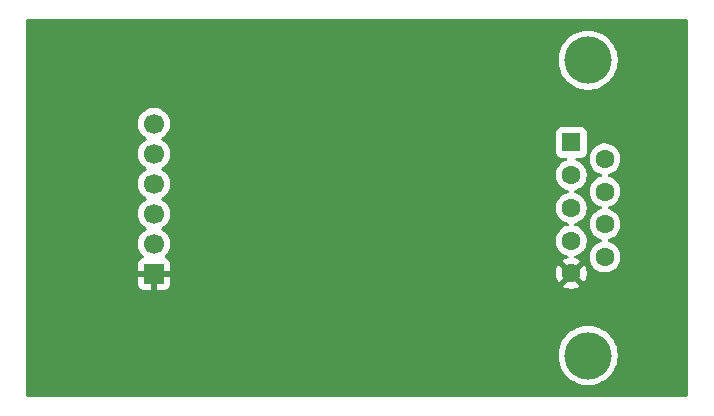
<source format=gbr>
%TF.GenerationSoftware,KiCad,Pcbnew,9.0.1*%
%TF.CreationDate,2025-05-09T12:09:10-04:00*%
%TF.ProjectId,Meterbus-interface,4d657465-7262-4757-932d-696e74657266,rev?*%
%TF.SameCoordinates,Original*%
%TF.FileFunction,Copper,L2,Bot*%
%TF.FilePolarity,Positive*%
%FSLAX46Y46*%
G04 Gerber Fmt 4.6, Leading zero omitted, Abs format (unit mm)*
G04 Created by KiCad (PCBNEW 9.0.1) date 2025-05-09 12:09:10*
%MOMM*%
%LPD*%
G01*
G04 APERTURE LIST*
%TA.AperFunction,ComponentPad*%
%ADD10R,1.700000X1.700000*%
%TD*%
%TA.AperFunction,ComponentPad*%
%ADD11C,1.700000*%
%TD*%
%TA.AperFunction,ComponentPad*%
%ADD12C,4.000000*%
%TD*%
%TA.AperFunction,ComponentPad*%
%ADD13R,1.600000X1.600000*%
%TD*%
%TA.AperFunction,ComponentPad*%
%ADD14C,1.600000*%
%TD*%
G04 APERTURE END LIST*
D10*
%TO.P,J5,1,Pin_1*%
%TO.N,/GND*%
X189300000Y-63100000D03*
D11*
%TO.P,J5,2,Pin_2*%
%TO.N,unconnected-(J5-Pin_2-Pad2)*%
X189300000Y-60560000D03*
%TO.P,J5,3,Pin_3*%
%TO.N,Net-(J5-Pin_3)*%
X189300000Y-58020000D03*
%TO.P,J5,4,Pin_4*%
%TO.N,Net-(J5-Pin_4)*%
X189300000Y-55480000D03*
%TO.P,J5,5,Pin_5*%
%TO.N,Net-(J5-Pin_5)*%
X189300000Y-52940000D03*
%TO.P,J5,6,Pin_6*%
%TO.N,unconnected-(J5-Pin_6-Pad6)*%
X189300000Y-50400000D03*
%TD*%
D12*
%TO.P,J4,0*%
%TO.N,N/C*%
X226055000Y-70020000D03*
X226055000Y-45020000D03*
D13*
%TO.P,J4,1,1*%
%TO.N,Net-(J4-Pad1)*%
X224635000Y-51980000D03*
D14*
%TO.P,J4,2,2*%
%TO.N,unconnected-(J4-Pad2)*%
X224635000Y-54750000D03*
%TO.P,J4,3,3*%
%TO.N,unconnected-(J4-Pad3)*%
X224635000Y-57520000D03*
%TO.P,J4,4,4*%
%TO.N,unconnected-(J4-Pad4)*%
X224635000Y-60290000D03*
%TO.P,J4,5,5*%
%TO.N,/GND*%
X224635000Y-63060000D03*
%TO.P,J4,6,6*%
%TO.N,unconnected-(J4-Pad6)*%
X227475000Y-53365000D03*
%TO.P,J4,7,7*%
%TO.N,unconnected-(J4-Pad7)*%
X227475000Y-56135000D03*
%TO.P,J4,8,8*%
%TO.N,unconnected-(J4-Pad8)*%
X227475000Y-58905000D03*
%TO.P,J4,9,9*%
%TO.N,unconnected-(J4-Pad9)*%
X227475000Y-61675000D03*
%TD*%
%TA.AperFunction,Conductor*%
%TO.N,/GND*%
G36*
X234442539Y-41520185D02*
G01*
X234488294Y-41572989D01*
X234499500Y-41624500D01*
X234499500Y-73375500D01*
X234479815Y-73442539D01*
X234427011Y-73488294D01*
X234375500Y-73499500D01*
X178624500Y-73499500D01*
X178557461Y-73479815D01*
X178511706Y-73427011D01*
X178500500Y-73375500D01*
X178500500Y-69879568D01*
X223554500Y-69879568D01*
X223554500Y-70160431D01*
X223585942Y-70439494D01*
X223585945Y-70439512D01*
X223648439Y-70713317D01*
X223648443Y-70713329D01*
X223741200Y-70978411D01*
X223863053Y-71231442D01*
X223863055Y-71231445D01*
X224012477Y-71469248D01*
X224187584Y-71688825D01*
X224386175Y-71887416D01*
X224605752Y-72062523D01*
X224843555Y-72211945D01*
X225096592Y-72333801D01*
X225295680Y-72403465D01*
X225361670Y-72426556D01*
X225361682Y-72426560D01*
X225635491Y-72489055D01*
X225635497Y-72489055D01*
X225635505Y-72489057D01*
X225821547Y-72510018D01*
X225914569Y-72520499D01*
X225914572Y-72520500D01*
X225914575Y-72520500D01*
X226195428Y-72520500D01*
X226195429Y-72520499D01*
X226338055Y-72504429D01*
X226474494Y-72489057D01*
X226474499Y-72489056D01*
X226474509Y-72489055D01*
X226748318Y-72426560D01*
X227013408Y-72333801D01*
X227266445Y-72211945D01*
X227504248Y-72062523D01*
X227723825Y-71887416D01*
X227922416Y-71688825D01*
X228097523Y-71469248D01*
X228246945Y-71231445D01*
X228368801Y-70978408D01*
X228461560Y-70713318D01*
X228524055Y-70439509D01*
X228555500Y-70160425D01*
X228555500Y-69879575D01*
X228524055Y-69600491D01*
X228461560Y-69326682D01*
X228368801Y-69061592D01*
X228246945Y-68808555D01*
X228097523Y-68570752D01*
X227922416Y-68351175D01*
X227723825Y-68152584D01*
X227504248Y-67977477D01*
X227266445Y-67828055D01*
X227266442Y-67828053D01*
X227013411Y-67706200D01*
X226748329Y-67613443D01*
X226748317Y-67613439D01*
X226474512Y-67550945D01*
X226474494Y-67550942D01*
X226195431Y-67519500D01*
X226195425Y-67519500D01*
X225914575Y-67519500D01*
X225914568Y-67519500D01*
X225635505Y-67550942D01*
X225635487Y-67550945D01*
X225361682Y-67613439D01*
X225361670Y-67613443D01*
X225096588Y-67706200D01*
X224843557Y-67828053D01*
X224605753Y-67977476D01*
X224386175Y-68152583D01*
X224187583Y-68351175D01*
X224012476Y-68570753D01*
X223863053Y-68808557D01*
X223741200Y-69061588D01*
X223648443Y-69326670D01*
X223648439Y-69326682D01*
X223585945Y-69600487D01*
X223585942Y-69600505D01*
X223554500Y-69879568D01*
X178500500Y-69879568D01*
X178500500Y-50293713D01*
X187949500Y-50293713D01*
X187949500Y-50506286D01*
X187977949Y-50685909D01*
X187982754Y-50716243D01*
X188017264Y-50822454D01*
X188048444Y-50918414D01*
X188144951Y-51107820D01*
X188269890Y-51279786D01*
X188420213Y-51430109D01*
X188592182Y-51555050D01*
X188600946Y-51559516D01*
X188651742Y-51607491D01*
X188668536Y-51675312D01*
X188645998Y-51741447D01*
X188600946Y-51780484D01*
X188592182Y-51784949D01*
X188420213Y-51909890D01*
X188269890Y-52060213D01*
X188144951Y-52232179D01*
X188048444Y-52421585D01*
X187982753Y-52623760D01*
X187949500Y-52833713D01*
X187949500Y-53046286D01*
X187977614Y-53223795D01*
X187982754Y-53256243D01*
X188045547Y-53449500D01*
X188048444Y-53458414D01*
X188144951Y-53647820D01*
X188269890Y-53819786D01*
X188420213Y-53970109D01*
X188592182Y-54095050D01*
X188600946Y-54099516D01*
X188651742Y-54147491D01*
X188668536Y-54215312D01*
X188645998Y-54281447D01*
X188600946Y-54320484D01*
X188592182Y-54324949D01*
X188420213Y-54449890D01*
X188269890Y-54600213D01*
X188144951Y-54772179D01*
X188048444Y-54961585D01*
X187982753Y-55163760D01*
X187949500Y-55373713D01*
X187949500Y-55586287D01*
X187982754Y-55796243D01*
X188034408Y-55955218D01*
X188048444Y-55998414D01*
X188144951Y-56187820D01*
X188269890Y-56359786D01*
X188420213Y-56510109D01*
X188592182Y-56635050D01*
X188600946Y-56639516D01*
X188651742Y-56687491D01*
X188668536Y-56755312D01*
X188645998Y-56821447D01*
X188600946Y-56860484D01*
X188592182Y-56864949D01*
X188420213Y-56989890D01*
X188269890Y-57140213D01*
X188144951Y-57312179D01*
X188048444Y-57501585D01*
X187982753Y-57703760D01*
X187949608Y-57913028D01*
X187949500Y-57913713D01*
X187949500Y-58126287D01*
X187982754Y-58336243D01*
X188005348Y-58405781D01*
X188048444Y-58538414D01*
X188144951Y-58727820D01*
X188269890Y-58899786D01*
X188420213Y-59050109D01*
X188592182Y-59175050D01*
X188600946Y-59179516D01*
X188651742Y-59227491D01*
X188668536Y-59295312D01*
X188645998Y-59361447D01*
X188600946Y-59400484D01*
X188592182Y-59404949D01*
X188420213Y-59529890D01*
X188269890Y-59680213D01*
X188144951Y-59852179D01*
X188048444Y-60041585D01*
X187982753Y-60243760D01*
X187962046Y-60374500D01*
X187949500Y-60453713D01*
X187949500Y-60666287D01*
X187982754Y-60876243D01*
X188020816Y-60993386D01*
X188048444Y-61078414D01*
X188144951Y-61267820D01*
X188269890Y-61439786D01*
X188383818Y-61553714D01*
X188417303Y-61615037D01*
X188412319Y-61684729D01*
X188370447Y-61740662D01*
X188339471Y-61757577D01*
X188207912Y-61806646D01*
X188207906Y-61806649D01*
X188092812Y-61892809D01*
X188092809Y-61892812D01*
X188006649Y-62007906D01*
X188006645Y-62007913D01*
X187956403Y-62142620D01*
X187956401Y-62142627D01*
X187950000Y-62202155D01*
X187950000Y-62850000D01*
X188866988Y-62850000D01*
X188834075Y-62907007D01*
X188800000Y-63034174D01*
X188800000Y-63165826D01*
X188834075Y-63292993D01*
X188866988Y-63350000D01*
X187950000Y-63350000D01*
X187950000Y-63997844D01*
X187956401Y-64057372D01*
X187956403Y-64057379D01*
X188006645Y-64192086D01*
X188006649Y-64192093D01*
X188092809Y-64307187D01*
X188092812Y-64307190D01*
X188207906Y-64393350D01*
X188207913Y-64393354D01*
X188342620Y-64443596D01*
X188342627Y-64443598D01*
X188402155Y-64449999D01*
X188402172Y-64450000D01*
X189050000Y-64450000D01*
X189050000Y-63533012D01*
X189107007Y-63565925D01*
X189234174Y-63600000D01*
X189365826Y-63600000D01*
X189492993Y-63565925D01*
X189550000Y-63533012D01*
X189550000Y-64450000D01*
X190197828Y-64450000D01*
X190197844Y-64449999D01*
X190257372Y-64443598D01*
X190257379Y-64443596D01*
X190392086Y-64393354D01*
X190392093Y-64393350D01*
X190507187Y-64307190D01*
X190507190Y-64307187D01*
X190593350Y-64192093D01*
X190593354Y-64192086D01*
X190643598Y-64057376D01*
X190649999Y-63997844D01*
X190650000Y-63997827D01*
X190650000Y-63350000D01*
X189733012Y-63350000D01*
X189765925Y-63292993D01*
X189800000Y-63165826D01*
X189800000Y-63034174D01*
X189765925Y-62907007D01*
X189733012Y-62850000D01*
X190650000Y-62850000D01*
X190650000Y-62202172D01*
X190649999Y-62202155D01*
X190643598Y-62142627D01*
X190643596Y-62142620D01*
X190593354Y-62007913D01*
X190593350Y-62007906D01*
X190507190Y-61892812D01*
X190507187Y-61892809D01*
X190392093Y-61806649D01*
X190392088Y-61806646D01*
X190260528Y-61757577D01*
X190204595Y-61715705D01*
X190180178Y-61650241D01*
X190195030Y-61581968D01*
X190216175Y-61553720D01*
X190330104Y-61439792D01*
X190455051Y-61267816D01*
X190551557Y-61078412D01*
X190617246Y-60876243D01*
X190650500Y-60666287D01*
X190650500Y-60453713D01*
X190617246Y-60243757D01*
X190551557Y-60041588D01*
X190455051Y-59852184D01*
X190455049Y-59852181D01*
X190455048Y-59852179D01*
X190330109Y-59680213D01*
X190179786Y-59529890D01*
X190007820Y-59404951D01*
X190006383Y-59404219D01*
X189999054Y-59400485D01*
X189948259Y-59352512D01*
X189931463Y-59284692D01*
X189953999Y-59218556D01*
X189999054Y-59179515D01*
X190007816Y-59175051D01*
X190132063Y-59084781D01*
X190179786Y-59050109D01*
X190179788Y-59050106D01*
X190179792Y-59050104D01*
X190330104Y-58899792D01*
X190330106Y-58899788D01*
X190330109Y-58899786D01*
X190455048Y-58727820D01*
X190455047Y-58727820D01*
X190455051Y-58727816D01*
X190551557Y-58538412D01*
X190617246Y-58336243D01*
X190650500Y-58126287D01*
X190650500Y-57913713D01*
X190617246Y-57703757D01*
X190551557Y-57501588D01*
X190455051Y-57312184D01*
X190455049Y-57312181D01*
X190455048Y-57312179D01*
X190330109Y-57140213D01*
X190179786Y-56989890D01*
X190007820Y-56864951D01*
X190007115Y-56864591D01*
X189999054Y-56860485D01*
X189948259Y-56812512D01*
X189931463Y-56744692D01*
X189953999Y-56678556D01*
X189999054Y-56639515D01*
X190007816Y-56635051D01*
X190029789Y-56619086D01*
X190179786Y-56510109D01*
X190179788Y-56510106D01*
X190179792Y-56510104D01*
X190330104Y-56359792D01*
X190330106Y-56359788D01*
X190330109Y-56359786D01*
X190455048Y-56187820D01*
X190455047Y-56187820D01*
X190455051Y-56187816D01*
X190551557Y-55998412D01*
X190617246Y-55796243D01*
X190650500Y-55586287D01*
X190650500Y-55373713D01*
X190617246Y-55163757D01*
X190551557Y-54961588D01*
X190455051Y-54772184D01*
X190455049Y-54772181D01*
X190455048Y-54772179D01*
X190330109Y-54600213D01*
X190179786Y-54449890D01*
X190007820Y-54324951D01*
X190007115Y-54324591D01*
X189999054Y-54320485D01*
X189948259Y-54272512D01*
X189931463Y-54204692D01*
X189953999Y-54138556D01*
X189999054Y-54099515D01*
X190007816Y-54095051D01*
X190044512Y-54068390D01*
X190179786Y-53970109D01*
X190179788Y-53970106D01*
X190179792Y-53970104D01*
X190330104Y-53819792D01*
X190330106Y-53819788D01*
X190330109Y-53819786D01*
X190455048Y-53647820D01*
X190455047Y-53647820D01*
X190455051Y-53647816D01*
X190551557Y-53458412D01*
X190617246Y-53256243D01*
X190650500Y-53046287D01*
X190650500Y-52833713D01*
X190617246Y-52623757D01*
X190551557Y-52421588D01*
X190455051Y-52232184D01*
X190455049Y-52232181D01*
X190455048Y-52232179D01*
X190330109Y-52060213D01*
X190179786Y-51909890D01*
X190007820Y-51784951D01*
X190007115Y-51784591D01*
X189999054Y-51780485D01*
X189948259Y-51732512D01*
X189931463Y-51664692D01*
X189953999Y-51598556D01*
X189999054Y-51559515D01*
X190007816Y-51555051D01*
X190029789Y-51539086D01*
X190179786Y-51430109D01*
X190179788Y-51430106D01*
X190179792Y-51430104D01*
X190330104Y-51279792D01*
X190330106Y-51279788D01*
X190330109Y-51279786D01*
X190437382Y-51132135D01*
X223334500Y-51132135D01*
X223334500Y-52827870D01*
X223334501Y-52827876D01*
X223340908Y-52887483D01*
X223391202Y-53022328D01*
X223391206Y-53022335D01*
X223477452Y-53137544D01*
X223477455Y-53137547D01*
X223592664Y-53223793D01*
X223592671Y-53223797D01*
X223727517Y-53274091D01*
X223727516Y-53274091D01*
X223734444Y-53274835D01*
X223787127Y-53280500D01*
X224166248Y-53280499D01*
X224233285Y-53300183D01*
X224279040Y-53352987D01*
X224288984Y-53422146D01*
X224259959Y-53485701D01*
X224204566Y-53522429D01*
X224135780Y-53544779D01*
X223953386Y-53637715D01*
X223787786Y-53758028D01*
X223643028Y-53902786D01*
X223522715Y-54068386D01*
X223429781Y-54250776D01*
X223366522Y-54445465D01*
X223334500Y-54647648D01*
X223334500Y-54852351D01*
X223366522Y-55054534D01*
X223429781Y-55249223D01*
X223522715Y-55431613D01*
X223643028Y-55597213D01*
X223787786Y-55741971D01*
X223942749Y-55854556D01*
X223953390Y-55862287D01*
X224069607Y-55921503D01*
X224135776Y-55955218D01*
X224135778Y-55955218D01*
X224135781Y-55955220D01*
X224214956Y-55980945D01*
X224326131Y-56017069D01*
X224383806Y-56056507D01*
X224411004Y-56120866D01*
X224399089Y-56189712D01*
X224351845Y-56241188D01*
X224326131Y-56252931D01*
X224135776Y-56314781D01*
X223953386Y-56407715D01*
X223787786Y-56528028D01*
X223643028Y-56672786D01*
X223522715Y-56838386D01*
X223429781Y-57020776D01*
X223366522Y-57215465D01*
X223334500Y-57417648D01*
X223334500Y-57622351D01*
X223366522Y-57824534D01*
X223429781Y-58019223D01*
X223522715Y-58201613D01*
X223643028Y-58367213D01*
X223787786Y-58511971D01*
X223942749Y-58624556D01*
X223953390Y-58632287D01*
X224069607Y-58691503D01*
X224135776Y-58725218D01*
X224135778Y-58725218D01*
X224135781Y-58725220D01*
X224214956Y-58750945D01*
X224326131Y-58787069D01*
X224383806Y-58826507D01*
X224411004Y-58890866D01*
X224399089Y-58959712D01*
X224351845Y-59011188D01*
X224326131Y-59022931D01*
X224135776Y-59084781D01*
X223953386Y-59177715D01*
X223787786Y-59298028D01*
X223643028Y-59442786D01*
X223522715Y-59608386D01*
X223429781Y-59790776D01*
X223366522Y-59985465D01*
X223334500Y-60187648D01*
X223334500Y-60392351D01*
X223366522Y-60594534D01*
X223429781Y-60789223D01*
X223522715Y-60971613D01*
X223643028Y-61137213D01*
X223787786Y-61281971D01*
X223942749Y-61394556D01*
X223953390Y-61402287D01*
X224135781Y-61495220D01*
X224281807Y-61542666D01*
X224326938Y-61557331D01*
X224384614Y-61596769D01*
X224411812Y-61661127D01*
X224399897Y-61729974D01*
X224352653Y-61781449D01*
X224326939Y-61793193D01*
X224135968Y-61855244D01*
X223953644Y-61948143D01*
X223909077Y-61980523D01*
X223909077Y-61980524D01*
X224505591Y-62577037D01*
X224442007Y-62594075D01*
X224327993Y-62659901D01*
X224234901Y-62752993D01*
X224169075Y-62867007D01*
X224152037Y-62930590D01*
X223555524Y-62334077D01*
X223555523Y-62334077D01*
X223523143Y-62378644D01*
X223430244Y-62560968D01*
X223367009Y-62755582D01*
X223335000Y-62957682D01*
X223335000Y-63162317D01*
X223367009Y-63364417D01*
X223430244Y-63559031D01*
X223523141Y-63741350D01*
X223523147Y-63741359D01*
X223555523Y-63785921D01*
X223555524Y-63785922D01*
X224152037Y-63189409D01*
X224169075Y-63252993D01*
X224234901Y-63367007D01*
X224327993Y-63460099D01*
X224442007Y-63525925D01*
X224505590Y-63542962D01*
X223909076Y-64139474D01*
X223953650Y-64171859D01*
X224135968Y-64264755D01*
X224330582Y-64327990D01*
X224532683Y-64360000D01*
X224737317Y-64360000D01*
X224939417Y-64327990D01*
X225134031Y-64264755D01*
X225316349Y-64171859D01*
X225360921Y-64139474D01*
X224764409Y-63542962D01*
X224827993Y-63525925D01*
X224942007Y-63460099D01*
X225035099Y-63367007D01*
X225100925Y-63252993D01*
X225117962Y-63189409D01*
X225714474Y-63785921D01*
X225746859Y-63741349D01*
X225839755Y-63559031D01*
X225902990Y-63364417D01*
X225935000Y-63162317D01*
X225935000Y-62957682D01*
X225902990Y-62755582D01*
X225839755Y-62560968D01*
X225746859Y-62378650D01*
X225714474Y-62334077D01*
X225714474Y-62334076D01*
X225117962Y-62930589D01*
X225100925Y-62867007D01*
X225035099Y-62752993D01*
X224942007Y-62659901D01*
X224827993Y-62594075D01*
X224764408Y-62577037D01*
X225360922Y-61980524D01*
X225360921Y-61980523D01*
X225316359Y-61948147D01*
X225316350Y-61948141D01*
X225134031Y-61855244D01*
X224943060Y-61793193D01*
X224885385Y-61753755D01*
X224858187Y-61689396D01*
X224870102Y-61620550D01*
X224917347Y-61569074D01*
X224943061Y-61557331D01*
X224954196Y-61553713D01*
X225134219Y-61495220D01*
X225316610Y-61402287D01*
X225409590Y-61334732D01*
X225482213Y-61281971D01*
X225482215Y-61281968D01*
X225482219Y-61281966D01*
X225626966Y-61137219D01*
X225626968Y-61137215D01*
X225626971Y-61137213D01*
X225679732Y-61064590D01*
X225747287Y-60971610D01*
X225840220Y-60789219D01*
X225903477Y-60594534D01*
X225935500Y-60392352D01*
X225935500Y-60187648D01*
X225934892Y-60183812D01*
X225903477Y-59985465D01*
X225840218Y-59790776D01*
X225806503Y-59724607D01*
X225747287Y-59608390D01*
X225731463Y-59586610D01*
X225626971Y-59442786D01*
X225482213Y-59298028D01*
X225316613Y-59177715D01*
X225316612Y-59177714D01*
X225316610Y-59177713D01*
X225259653Y-59148691D01*
X225134223Y-59084781D01*
X224943868Y-59022931D01*
X224886193Y-58983493D01*
X224858995Y-58919134D01*
X224870910Y-58850288D01*
X224918154Y-58798812D01*
X224943868Y-58787069D01*
X224986508Y-58773213D01*
X225134219Y-58725220D01*
X225316610Y-58632287D01*
X225409590Y-58564732D01*
X225482213Y-58511971D01*
X225482215Y-58511968D01*
X225482219Y-58511966D01*
X225626966Y-58367219D01*
X225626968Y-58367215D01*
X225626971Y-58367213D01*
X225679732Y-58294590D01*
X225747287Y-58201610D01*
X225840220Y-58019219D01*
X225903477Y-57824534D01*
X225935500Y-57622352D01*
X225935500Y-57417648D01*
X225934892Y-57413812D01*
X225903477Y-57215465D01*
X225840218Y-57020776D01*
X225806503Y-56954607D01*
X225747287Y-56838390D01*
X225686928Y-56755312D01*
X225626971Y-56672786D01*
X225482213Y-56528028D01*
X225316613Y-56407715D01*
X225316612Y-56407714D01*
X225316610Y-56407713D01*
X225222560Y-56359792D01*
X225134223Y-56314781D01*
X224943868Y-56252931D01*
X224886193Y-56213493D01*
X224858995Y-56149134D01*
X224870910Y-56080288D01*
X224918154Y-56028812D01*
X224943868Y-56017069D01*
X224986508Y-56003213D01*
X225134219Y-55955220D01*
X225316610Y-55862287D01*
X225409590Y-55794732D01*
X225482213Y-55741971D01*
X225482215Y-55741968D01*
X225482219Y-55741966D01*
X225626966Y-55597219D01*
X225626968Y-55597215D01*
X225626971Y-55597213D01*
X225679732Y-55524590D01*
X225747287Y-55431610D01*
X225840220Y-55249219D01*
X225903477Y-55054534D01*
X225935500Y-54852352D01*
X225935500Y-54647648D01*
X225934892Y-54643812D01*
X225903477Y-54445465D01*
X225864319Y-54324949D01*
X225840220Y-54250781D01*
X225840218Y-54250778D01*
X225840218Y-54250776D01*
X225783038Y-54138556D01*
X225747287Y-54068390D01*
X225731463Y-54046610D01*
X225626971Y-53902786D01*
X225482213Y-53758028D01*
X225316613Y-53637715D01*
X225316612Y-53637714D01*
X225316610Y-53637713D01*
X225259653Y-53608691D01*
X225134223Y-53544781D01*
X225097010Y-53532690D01*
X225065431Y-53522429D01*
X225007757Y-53482992D01*
X224980559Y-53418633D01*
X224992474Y-53349787D01*
X225039718Y-53298311D01*
X225103750Y-53280499D01*
X225482872Y-53280499D01*
X225542483Y-53274091D01*
X225573163Y-53262648D01*
X226174500Y-53262648D01*
X226174500Y-53467351D01*
X226206522Y-53669534D01*
X226269781Y-53864223D01*
X226362715Y-54046613D01*
X226483028Y-54212213D01*
X226627786Y-54356971D01*
X226755681Y-54449890D01*
X226793390Y-54477287D01*
X226909607Y-54536503D01*
X226975776Y-54570218D01*
X226975778Y-54570218D01*
X226975781Y-54570220D01*
X227054956Y-54595945D01*
X227166131Y-54632069D01*
X227223806Y-54671507D01*
X227251004Y-54735866D01*
X227239089Y-54804712D01*
X227191845Y-54856188D01*
X227166131Y-54867931D01*
X226975776Y-54929781D01*
X226793386Y-55022715D01*
X226627786Y-55143028D01*
X226483028Y-55287786D01*
X226362715Y-55453386D01*
X226269781Y-55635776D01*
X226206522Y-55830465D01*
X226174500Y-56032648D01*
X226174500Y-56237351D01*
X226206522Y-56439534D01*
X226269781Y-56634223D01*
X226362715Y-56816613D01*
X226483028Y-56982213D01*
X226627786Y-57126971D01*
X226782749Y-57239556D01*
X226793390Y-57247287D01*
X226909607Y-57306503D01*
X226975776Y-57340218D01*
X226975778Y-57340218D01*
X226975781Y-57340220D01*
X227054956Y-57365945D01*
X227166131Y-57402069D01*
X227223806Y-57441507D01*
X227251004Y-57505866D01*
X227239089Y-57574712D01*
X227191845Y-57626188D01*
X227166131Y-57637931D01*
X226975776Y-57699781D01*
X226793386Y-57792715D01*
X226627786Y-57913028D01*
X226483028Y-58057786D01*
X226362715Y-58223386D01*
X226269781Y-58405776D01*
X226206522Y-58600465D01*
X226174500Y-58802648D01*
X226174500Y-59007351D01*
X226206522Y-59209534D01*
X226269781Y-59404223D01*
X226362715Y-59586613D01*
X226483028Y-59752213D01*
X226627786Y-59896971D01*
X226782749Y-60009556D01*
X226793390Y-60017287D01*
X226909607Y-60076503D01*
X226975776Y-60110218D01*
X226975778Y-60110218D01*
X226975781Y-60110220D01*
X227054956Y-60135945D01*
X227166131Y-60172069D01*
X227223806Y-60211507D01*
X227251004Y-60275866D01*
X227239089Y-60344712D01*
X227191845Y-60396188D01*
X227166131Y-60407931D01*
X226975776Y-60469781D01*
X226793386Y-60562715D01*
X226627786Y-60683028D01*
X226483028Y-60827786D01*
X226362715Y-60993386D01*
X226269781Y-61175776D01*
X226206522Y-61370465D01*
X226174500Y-61572648D01*
X226174500Y-61777351D01*
X226206522Y-61979534D01*
X226269781Y-62174223D01*
X226333691Y-62299653D01*
X226351231Y-62334076D01*
X226362715Y-62356613D01*
X226483028Y-62522213D01*
X226627786Y-62666971D01*
X226746188Y-62752993D01*
X226793390Y-62787287D01*
X226909607Y-62846503D01*
X226975776Y-62880218D01*
X226975778Y-62880218D01*
X226975781Y-62880220D01*
X227058223Y-62907007D01*
X227170465Y-62943477D01*
X227260151Y-62957682D01*
X227372648Y-62975500D01*
X227372649Y-62975500D01*
X227577351Y-62975500D01*
X227577352Y-62975500D01*
X227779534Y-62943477D01*
X227974219Y-62880220D01*
X228156610Y-62787287D01*
X228267879Y-62706446D01*
X228322213Y-62666971D01*
X228322215Y-62666968D01*
X228322219Y-62666966D01*
X228466966Y-62522219D01*
X228466968Y-62522215D01*
X228466971Y-62522213D01*
X228571278Y-62378644D01*
X228587287Y-62356610D01*
X228680220Y-62174219D01*
X228743477Y-61979534D01*
X228775500Y-61777352D01*
X228775500Y-61572648D01*
X228774934Y-61569074D01*
X228743477Y-61370465D01*
X228680218Y-61175776D01*
X228630608Y-61078412D01*
X228587287Y-60993390D01*
X228571463Y-60971610D01*
X228466971Y-60827786D01*
X228322213Y-60683028D01*
X228156613Y-60562715D01*
X228156612Y-60562714D01*
X228156610Y-60562713D01*
X228099653Y-60533691D01*
X227974223Y-60469781D01*
X227783868Y-60407931D01*
X227726193Y-60368493D01*
X227698995Y-60304134D01*
X227710910Y-60235288D01*
X227758154Y-60183812D01*
X227783868Y-60172069D01*
X227826508Y-60158213D01*
X227974219Y-60110220D01*
X228156610Y-60017287D01*
X228249590Y-59949732D01*
X228322213Y-59896971D01*
X228322215Y-59896968D01*
X228322219Y-59896966D01*
X228466966Y-59752219D01*
X228466968Y-59752215D01*
X228466971Y-59752213D01*
X228519732Y-59679590D01*
X228587287Y-59586610D01*
X228680220Y-59404219D01*
X228743477Y-59209534D01*
X228775500Y-59007352D01*
X228775500Y-58802648D01*
X228774892Y-58798812D01*
X228743477Y-58600465D01*
X228680218Y-58405776D01*
X228644789Y-58336243D01*
X228587287Y-58223390D01*
X228571463Y-58201610D01*
X228466971Y-58057786D01*
X228322213Y-57913028D01*
X228156613Y-57792715D01*
X228156612Y-57792714D01*
X228156610Y-57792713D01*
X228099653Y-57763691D01*
X227974223Y-57699781D01*
X227783868Y-57637931D01*
X227726193Y-57598493D01*
X227698995Y-57534134D01*
X227710910Y-57465288D01*
X227758154Y-57413812D01*
X227783868Y-57402069D01*
X227826508Y-57388213D01*
X227974219Y-57340220D01*
X228156610Y-57247287D01*
X228249590Y-57179732D01*
X228322213Y-57126971D01*
X228322215Y-57126968D01*
X228322219Y-57126966D01*
X228466966Y-56982219D01*
X228466968Y-56982215D01*
X228466971Y-56982213D01*
X228555409Y-56860486D01*
X228587287Y-56816610D01*
X228680220Y-56634219D01*
X228743477Y-56439534D01*
X228775500Y-56237352D01*
X228775500Y-56032648D01*
X228774892Y-56028812D01*
X228743477Y-55830465D01*
X228680218Y-55635776D01*
X228646503Y-55569607D01*
X228587287Y-55453390D01*
X228529399Y-55373713D01*
X228466971Y-55287786D01*
X228322213Y-55143028D01*
X228156613Y-55022715D01*
X228156612Y-55022714D01*
X228156610Y-55022713D01*
X228099653Y-54993691D01*
X227974223Y-54929781D01*
X227783868Y-54867931D01*
X227726193Y-54828493D01*
X227698995Y-54764134D01*
X227710910Y-54695288D01*
X227758154Y-54643812D01*
X227783868Y-54632069D01*
X227826508Y-54618213D01*
X227974219Y-54570220D01*
X228156610Y-54477287D01*
X228249590Y-54409732D01*
X228322213Y-54356971D01*
X228322215Y-54356968D01*
X228322219Y-54356966D01*
X228466966Y-54212219D01*
X228466968Y-54212215D01*
X228466971Y-54212213D01*
X228548850Y-54099514D01*
X228587287Y-54046610D01*
X228680220Y-53864219D01*
X228743477Y-53669534D01*
X228775500Y-53467352D01*
X228775500Y-53262648D01*
X228755686Y-53137547D01*
X228743477Y-53060465D01*
X228680218Y-52865776D01*
X228646503Y-52799607D01*
X228587287Y-52683390D01*
X228543964Y-52623760D01*
X228466971Y-52517786D01*
X228322213Y-52373028D01*
X228156613Y-52252715D01*
X228156612Y-52252714D01*
X228156610Y-52252713D01*
X228099653Y-52223691D01*
X227974223Y-52159781D01*
X227779534Y-52096522D01*
X227604995Y-52068878D01*
X227577352Y-52064500D01*
X227372648Y-52064500D01*
X227348329Y-52068351D01*
X227170465Y-52096522D01*
X226975776Y-52159781D01*
X226793386Y-52252715D01*
X226627786Y-52373028D01*
X226483028Y-52517786D01*
X226362715Y-52683386D01*
X226269781Y-52865776D01*
X226206522Y-53060465D01*
X226174500Y-53262648D01*
X225573163Y-53262648D01*
X225677331Y-53223796D01*
X225792546Y-53137546D01*
X225878796Y-53022331D01*
X225929091Y-52887483D01*
X225935500Y-52827873D01*
X225935499Y-51132128D01*
X225929091Y-51072517D01*
X225929088Y-51072510D01*
X225878797Y-50937671D01*
X225878793Y-50937664D01*
X225792547Y-50822455D01*
X225792544Y-50822452D01*
X225677335Y-50736206D01*
X225677328Y-50736202D01*
X225542482Y-50685908D01*
X225542483Y-50685908D01*
X225482883Y-50679501D01*
X225482881Y-50679500D01*
X225482873Y-50679500D01*
X225482864Y-50679500D01*
X223787129Y-50679500D01*
X223787123Y-50679501D01*
X223727516Y-50685908D01*
X223592671Y-50736202D01*
X223592664Y-50736206D01*
X223477455Y-50822452D01*
X223477452Y-50822455D01*
X223391206Y-50937664D01*
X223391202Y-50937671D01*
X223340908Y-51072517D01*
X223337113Y-51107820D01*
X223334501Y-51132123D01*
X223334500Y-51132135D01*
X190437382Y-51132135D01*
X190455050Y-51107817D01*
X190473041Y-51072510D01*
X190506381Y-51007075D01*
X190551557Y-50918412D01*
X190617246Y-50716243D01*
X190650500Y-50506287D01*
X190650500Y-50293713D01*
X190617246Y-50083757D01*
X190551557Y-49881588D01*
X190455051Y-49692184D01*
X190455049Y-49692181D01*
X190455048Y-49692179D01*
X190330109Y-49520213D01*
X190179786Y-49369890D01*
X190007820Y-49244951D01*
X189818414Y-49148444D01*
X189818413Y-49148443D01*
X189818412Y-49148443D01*
X189616243Y-49082754D01*
X189616241Y-49082753D01*
X189616240Y-49082753D01*
X189454957Y-49057208D01*
X189406287Y-49049500D01*
X189193713Y-49049500D01*
X189145042Y-49057208D01*
X188983760Y-49082753D01*
X188781585Y-49148444D01*
X188592179Y-49244951D01*
X188420213Y-49369890D01*
X188269890Y-49520213D01*
X188144951Y-49692179D01*
X188048444Y-49881585D01*
X187982753Y-50083760D01*
X187949500Y-50293713D01*
X178500500Y-50293713D01*
X178500500Y-44879568D01*
X223554500Y-44879568D01*
X223554500Y-45160431D01*
X223585942Y-45439494D01*
X223585945Y-45439512D01*
X223648439Y-45713317D01*
X223648443Y-45713329D01*
X223741200Y-45978411D01*
X223863053Y-46231442D01*
X223863055Y-46231445D01*
X224012477Y-46469248D01*
X224187584Y-46688825D01*
X224386175Y-46887416D01*
X224605752Y-47062523D01*
X224843555Y-47211945D01*
X225096592Y-47333801D01*
X225295680Y-47403465D01*
X225361670Y-47426556D01*
X225361682Y-47426560D01*
X225635491Y-47489055D01*
X225635497Y-47489055D01*
X225635505Y-47489057D01*
X225821547Y-47510018D01*
X225914569Y-47520499D01*
X225914572Y-47520500D01*
X225914575Y-47520500D01*
X226195428Y-47520500D01*
X226195429Y-47520499D01*
X226338055Y-47504429D01*
X226474494Y-47489057D01*
X226474499Y-47489056D01*
X226474509Y-47489055D01*
X226748318Y-47426560D01*
X227013408Y-47333801D01*
X227266445Y-47211945D01*
X227504248Y-47062523D01*
X227723825Y-46887416D01*
X227922416Y-46688825D01*
X228097523Y-46469248D01*
X228246945Y-46231445D01*
X228368801Y-45978408D01*
X228461560Y-45713318D01*
X228524055Y-45439509D01*
X228555500Y-45160425D01*
X228555500Y-44879575D01*
X228524055Y-44600491D01*
X228461560Y-44326682D01*
X228368801Y-44061592D01*
X228246945Y-43808555D01*
X228097523Y-43570752D01*
X227922416Y-43351175D01*
X227723825Y-43152584D01*
X227504248Y-42977477D01*
X227266445Y-42828055D01*
X227266442Y-42828053D01*
X227013411Y-42706200D01*
X226748329Y-42613443D01*
X226748317Y-42613439D01*
X226474512Y-42550945D01*
X226474494Y-42550942D01*
X226195431Y-42519500D01*
X226195425Y-42519500D01*
X225914575Y-42519500D01*
X225914568Y-42519500D01*
X225635505Y-42550942D01*
X225635487Y-42550945D01*
X225361682Y-42613439D01*
X225361670Y-42613443D01*
X225096588Y-42706200D01*
X224843557Y-42828053D01*
X224605753Y-42977476D01*
X224386175Y-43152583D01*
X224187583Y-43351175D01*
X224012476Y-43570753D01*
X223863053Y-43808557D01*
X223741200Y-44061588D01*
X223648443Y-44326670D01*
X223648439Y-44326682D01*
X223585945Y-44600487D01*
X223585942Y-44600505D01*
X223554500Y-44879568D01*
X178500500Y-44879568D01*
X178500500Y-41624500D01*
X178520185Y-41557461D01*
X178572989Y-41511706D01*
X178624500Y-41500500D01*
X234375500Y-41500500D01*
X234442539Y-41520185D01*
G37*
%TD.AperFunction*%
%TD*%
M02*

</source>
